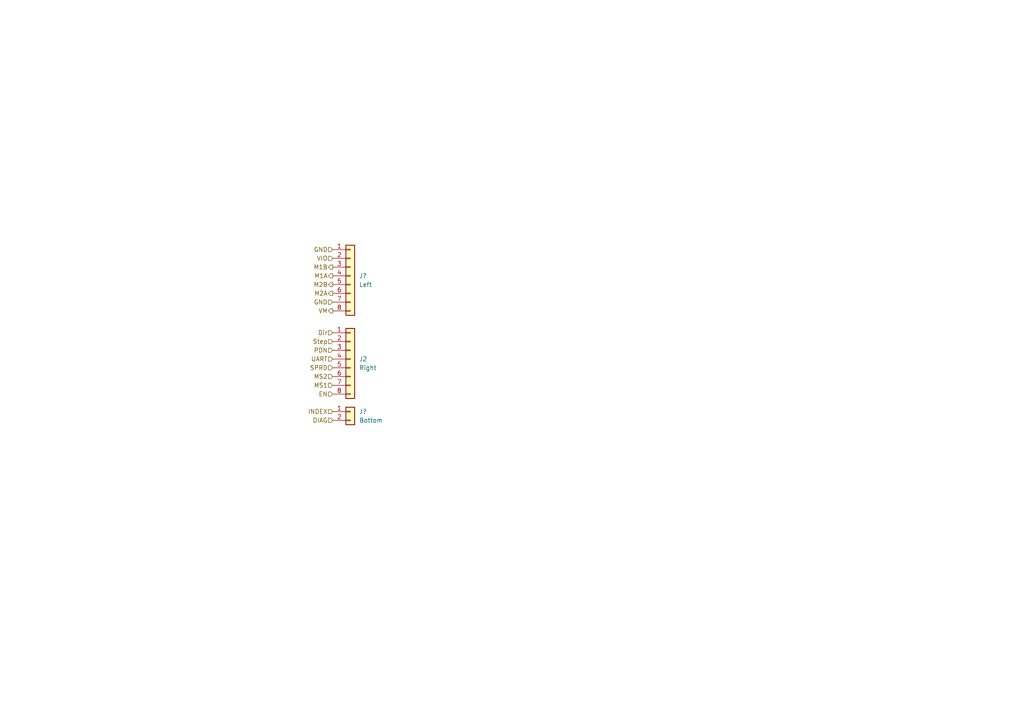
<source format=kicad_sch>
(kicad_sch (version 20250114) (generator "eeschema") (generator_version "9.0")
  (paper "A4")
  (title_block (title "TMC2209_SilentStepStick") (date "2025-11-29") (rev "0") (company "Hochschule Luzern"))
  (lib_symbols
    (symbol "Connector_Generic:Conn_01x02" (pin_names (offset 1.016) (hide yes))
      (property "Reference" "J" (at 0 2.54 0))
      (property "Value" "Conn_01x02" (at 0 -5.08 0))
      (symbol "Conn_01x02_1_1"
        (rectangle (start -1.27 1.27) (end 1.27 -3.81) (stroke (width 0.254)) (fill (type background)))
        (rectangle (start -1.27 0.127) (end 0 -0.127) (stroke (width 0.1524)))
        (rectangle (start -1.27 -2.413) (end 0 -2.667) (stroke (width 0.1524)))
        (pin passive line (at -5.08 0 0) (length 3.81) (name "Pin_1") (number "1"))
        (pin passive line (at -5.08 -2.54 0) (length 3.81) (name "Pin_2") (number "2"))
      )
    )
    (symbol "Connector_Generic:Conn_01x08" (pin_names (offset 1.016) (hide yes))
      (property "Reference" "J" (at 0 10.16 0))
      (property "Value" "Conn_01x08" (at 0 -12.7 0))
      (symbol "Conn_01x08_1_1"
        (rectangle (start -1.27 8.89) (end 1.27 -11.43) (stroke (width 0.254)) (fill (type background)))
        (rectangle (start -1.27 7.747) (end 0 7.493) (stroke (width 0.1524)))
        (rectangle (start -1.27 5.207) (end 0 4.953) (stroke (width 0.1524)))
        (rectangle (start -1.27 2.667) (end 0 2.413) (stroke (width 0.1524)))
        (rectangle (start -1.27 0.127) (end 0 -0.127) (stroke (width 0.1524)))
        (rectangle (start -1.27 -2.413) (end 0 -2.667) (stroke (width 0.1524)))
        (rectangle (start -1.27 -4.953) (end 0 -5.207) (stroke (width 0.1524)))
        (rectangle (start -1.27 -7.493) (end 0 -7.747) (stroke (width 0.1524)))
        (rectangle (start -1.27 -10.033) (end 0 -10.287) (stroke (width 0.1524)))
        (pin passive line (at -5.08 7.62 0) (length 3.81) (name "Pin_1") (number "1"))
        (pin passive line (at -5.08 5.08 0) (length 3.81) (name "Pin_2") (number "2"))
        (pin passive line (at -5.08 2.54 0) (length 3.81) (name "Pin_3") (number "3"))
        (pin passive line (at -5.08 0 0) (length 3.81) (name "Pin_4") (number "4"))
        (pin passive line (at -5.08 -2.54 0) (length 3.81) (name "Pin_5") (number "5"))
        (pin passive line (at -5.08 -5.08 0) (length 3.81) (name "Pin_6") (number "6"))
        (pin passive line (at -5.08 -7.62 0) (length 3.81) (name "Pin_7") (number "7"))
        (pin passive line (at -5.08 -10.16 0) (length 3.81) (name "Pin_8") (number "8"))
      )
    )
  )
  (hierarchical_label "INDEX" (shape input) (at 96.52 119.38 180))
  (hierarchical_label "PDN" (shape input) (at 96.52 101.6 180))
  (hierarchical_label "UART" (shape input) (at 96.52 104.14 180))
  (hierarchical_label "SPRD" (shape input) (at 96.52 106.68 180))
  (hierarchical_label "VM" (shape output) (at 96.52 90.17 180))
  (hierarchical_label "MS1" (shape input) (at 96.52 111.76 180))
  (hierarchical_label "M1A" (shape output) (at 96.52 80.01 180))
  (hierarchical_label "Dir" (shape input) (at 96.52 96.52 180))
  (hierarchical_label "GND" (shape input) (at 96.52 87.63 180))
  (hierarchical_label "M2A" (shape output) (at 96.52 85.09 180))
  (hierarchical_label "GND" (shape input) (at 96.52 72.39 180))
  (hierarchical_label "EN" (shape input) (at 96.52 114.3 180))
  (hierarchical_label "Step" (shape input) (at 96.52 99.06 180))
  (hierarchical_label "M1B" (shape output) (at 96.52 77.47 180))
  (hierarchical_label "M2B" (shape output) (at 96.52 82.55 180))
  (hierarchical_label "DIAG" (shape input) (at 96.52 121.92 180))
  (hierarchical_label "VIO" (shape input) (at 96.52 74.93 180))
  (hierarchical_label "MS2" (shape input) (at 96.52 109.22 180))
  (symbol (lib_id "Connector_Generic:Conn_01x02") (at 101.6 119.38 0) (unit 1)
    (property "Reference" "J?" (at 104.14 119.3799 0) (effects (justify left)))
    (property "Value" "Bottom" (at 104.14 121.9199 0) (effects (justify left)))
    (property "Description" "Generic connector, single row, 01x02, script generated (kicad-library-utils/schlib/autogen/connector/)" (effects (hide yes)))
    (instances (project "Schema_PREN1" (path "" (reference "J?") (unit 1)) (path "" (reference "J6") (unit 1)) (path "" (reference "J9") (unit 1))))
  )
  (symbol (lib_id "Connector_Generic:Conn_01x08") (at 101.6 80.01 0) (unit 1)
    (property "Reference" "J?" (at 104.14 80.0099 0) (effects (justify left)))
    (property "Value" "Left" (at 104.14 82.5499 0) (effects (justify left)))
    (property "Description" "Generic connector, single row, 01x08, script generated (kicad-library-utils/schlib/autogen/connector/)" (effects (hide yes)))
    (instances (project "Schema_PREN1" (path "" (reference "J?") (unit 1)) (path "" (reference "J4") (unit 1)) (path "" (reference "J7") (unit 1))))
  )
  (symbol (lib_id "Connector_Generic:Conn_01x08") (at 101.6 104.14 0) (unit 1)
    (property "Reference" "J2" (at 104.14 104.1399 0) (effects (justify left)))
    (property "Value" "Right" (at 104.14 106.6799 0) (effects (justify left)))
    (property "Description" "Generic connector, single row, 01x08, script generated (kicad-library-utils/schlib/autogen/connector/)" (effects (hide yes)))
    (instances (project "Schema_PREN1" (path "" (reference "J2") (unit 1)) (path "" (reference "J5") (unit 1)) (path "" (reference "J8") (unit 1))))
  )
)
</source>
